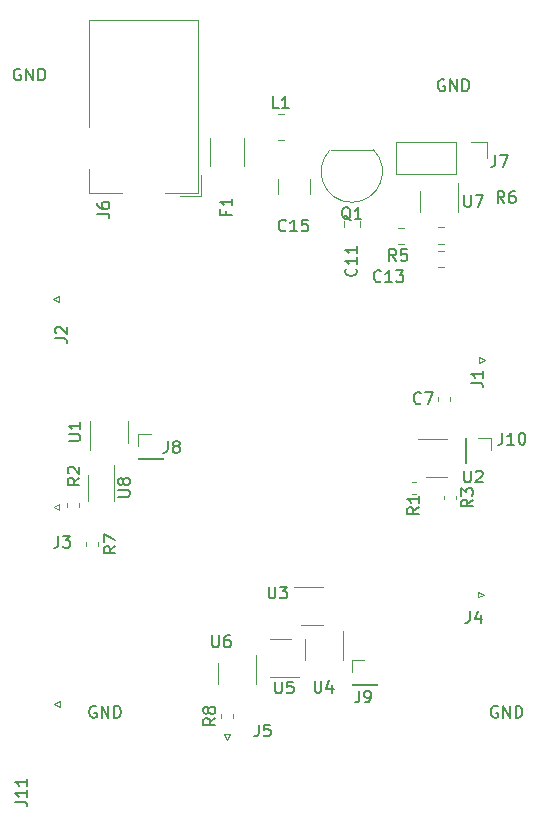
<source format=gbr>
G04 #@! TF.GenerationSoftware,KiCad,Pcbnew,(5.1.5)-3*
G04 #@! TF.CreationDate,2020-05-10T15:52:49-07:00*
G04 #@! TF.ProjectId,april_proj,61707269-6c5f-4707-926f-6a2e6b696361,rev?*
G04 #@! TF.SameCoordinates,Original*
G04 #@! TF.FileFunction,Legend,Top*
G04 #@! TF.FilePolarity,Positive*
%FSLAX46Y46*%
G04 Gerber Fmt 4.6, Leading zero omitted, Abs format (unit mm)*
G04 Created by KiCad (PCBNEW (5.1.5)-3) date 2020-05-10 15:52:49*
%MOMM*%
%LPD*%
G04 APERTURE LIST*
%ADD10C,0.120000*%
%ADD11C,0.150000*%
G04 APERTURE END LIST*
D10*
X50725000Y-77415000D02*
X50975000Y-76915000D01*
X50975000Y-76915000D02*
X50475000Y-76915000D01*
X50475000Y-76915000D02*
X50725000Y-77415000D01*
X68540000Y-48362221D02*
X68540000Y-48687779D01*
X69560000Y-48362221D02*
X69560000Y-48687779D01*
X38160000Y-57687779D02*
X38160000Y-57362221D01*
X37140000Y-57687779D02*
X37140000Y-57362221D01*
X39131852Y-50432107D02*
X39131852Y-52882107D01*
X42351852Y-52232107D02*
X42351852Y-50432107D01*
X41125000Y-57150000D02*
X41125000Y-54150000D01*
X38925000Y-57150000D02*
X38925000Y-54950000D01*
X39785000Y-60975279D02*
X39785000Y-60649721D01*
X38765000Y-60975279D02*
X38765000Y-60649721D01*
X36035000Y-74375000D02*
X36535000Y-74625000D01*
X36535000Y-74625000D02*
X36535000Y-74125000D01*
X36535000Y-74125000D02*
X36035000Y-74375000D01*
X70890000Y-51840000D02*
X70890000Y-53960000D01*
X70950000Y-51840000D02*
X70890000Y-51840000D01*
X70950000Y-53960000D02*
X70890000Y-53960000D01*
X70950000Y-51840000D02*
X70950000Y-53960000D01*
X71950000Y-51840000D02*
X73010000Y-51840000D01*
X73010000Y-51840000D02*
X73010000Y-52900000D01*
X61240000Y-70640000D02*
X62300000Y-70640000D01*
X61240000Y-71700000D02*
X61240000Y-70640000D01*
X61240000Y-72700000D02*
X63360000Y-72700000D01*
X63360000Y-72700000D02*
X63360000Y-72760000D01*
X61240000Y-72700000D02*
X61240000Y-72760000D01*
X61240000Y-72760000D02*
X63360000Y-72760000D01*
X43165000Y-51490000D02*
X44225000Y-51490000D01*
X43165000Y-52550000D02*
X43165000Y-51490000D01*
X43165000Y-53550000D02*
X45285000Y-53550000D01*
X45285000Y-53550000D02*
X45285000Y-53610000D01*
X43165000Y-53550000D02*
X43165000Y-53610000D01*
X43165000Y-53610000D02*
X45285000Y-53610000D01*
X72705000Y-26795000D02*
X72705000Y-28125000D01*
X71375000Y-26795000D02*
X72705000Y-26795000D01*
X70105000Y-26795000D02*
X70105000Y-29455000D01*
X70105000Y-29455000D02*
X64965000Y-29455000D01*
X70105000Y-26795000D02*
X64965000Y-26795000D01*
X64965000Y-26795000D02*
X64965000Y-29455000D01*
X56150000Y-68890000D02*
X54350000Y-68890000D01*
X54350000Y-72110000D02*
X56800000Y-72110000D01*
X49915000Y-70875000D02*
X49915000Y-72675000D01*
X53135000Y-72675000D02*
X53135000Y-70225000D01*
X49220000Y-26415000D02*
X49220000Y-28845000D01*
X52130000Y-26415000D02*
X52130000Y-28845000D01*
X51185000Y-75562779D02*
X51185000Y-75237221D01*
X50165000Y-75562779D02*
X50165000Y-75237221D01*
X54978748Y-26640000D02*
X55501252Y-26640000D01*
X54978748Y-24420000D02*
X55501252Y-24420000D01*
X54975000Y-29957937D02*
X54975000Y-31162065D01*
X57695000Y-29957937D02*
X57695000Y-31162065D01*
X70060000Y-57050279D02*
X70060000Y-56724721D01*
X69040000Y-57050279D02*
X69040000Y-56724721D01*
X66675279Y-55590000D02*
X66349721Y-55590000D01*
X66675279Y-56610000D02*
X66349721Y-56610000D01*
X35960000Y-40075000D02*
X36460000Y-40325000D01*
X36460000Y-40325000D02*
X36460000Y-39825000D01*
X36460000Y-39825000D02*
X35960000Y-40075000D01*
X71990000Y-65350000D02*
X72490000Y-65100000D01*
X71990000Y-64850000D02*
X71990000Y-65350000D01*
X72490000Y-65100000D02*
X71990000Y-64850000D01*
X58801827Y-64426066D02*
X56351827Y-64426066D01*
X57001827Y-67646066D02*
X58801827Y-67646066D01*
X70260000Y-32725000D02*
X70260000Y-30275000D01*
X67040000Y-30925000D02*
X67040000Y-32725000D01*
X36510000Y-57425000D02*
X36010000Y-57675000D01*
X36510000Y-57925000D02*
X36510000Y-57425000D01*
X36010000Y-57675000D02*
X36510000Y-57925000D01*
X61985000Y-33466422D02*
X61985000Y-33983578D01*
X60565000Y-33466422D02*
X60565000Y-33983578D01*
X69046078Y-35990000D02*
X68528922Y-35990000D01*
X69046078Y-37410000D02*
X68528922Y-37410000D01*
X72515000Y-45250000D02*
X72015000Y-45000000D01*
X72015000Y-45000000D02*
X72015000Y-45500000D01*
X72015000Y-45500000D02*
X72515000Y-45250000D01*
X48482004Y-31333122D02*
X46742004Y-31333122D01*
X48482004Y-29593122D02*
X48482004Y-31333122D01*
X39042004Y-31093122D02*
X39042004Y-29093122D01*
X41842004Y-31093122D02*
X39042004Y-31093122D01*
X48242004Y-31093122D02*
X45442004Y-31093122D01*
X48242004Y-16493122D02*
X48242004Y-31093122D01*
X39042004Y-16493122D02*
X48242004Y-16493122D01*
X39042004Y-25493122D02*
X39042004Y-16493122D01*
X63065000Y-27440000D02*
X59465000Y-27440000D01*
X63103478Y-27451522D02*
G75*
G02X61265000Y-31890000I-1838478J-1838478D01*
G01*
X59426522Y-27451522D02*
G75*
G03X61265000Y-31890000I1838478J-1838478D01*
G01*
X65178922Y-34040000D02*
X65696078Y-34040000D01*
X65178922Y-35460000D02*
X65696078Y-35460000D01*
X68551422Y-33990000D02*
X69068578Y-33990000D01*
X68551422Y-35410000D02*
X69068578Y-35410000D01*
X69350659Y-51927108D02*
X66900659Y-51927108D01*
X67550659Y-55147108D02*
X69350659Y-55147108D01*
X57340000Y-68875000D02*
X57340000Y-70675000D01*
X60560000Y-70675000D02*
X60560000Y-68225000D01*
D11*
X69113095Y-21525000D02*
X69017857Y-21477380D01*
X68875000Y-21477380D01*
X68732142Y-21525000D01*
X68636904Y-21620238D01*
X68589285Y-21715476D01*
X68541666Y-21905952D01*
X68541666Y-22048809D01*
X68589285Y-22239285D01*
X68636904Y-22334523D01*
X68732142Y-22429761D01*
X68875000Y-22477380D01*
X68970238Y-22477380D01*
X69113095Y-22429761D01*
X69160714Y-22382142D01*
X69160714Y-22048809D01*
X68970238Y-22048809D01*
X69589285Y-22477380D02*
X69589285Y-21477380D01*
X70160714Y-22477380D01*
X70160714Y-21477380D01*
X70636904Y-22477380D02*
X70636904Y-21477380D01*
X70875000Y-21477380D01*
X71017857Y-21525000D01*
X71113095Y-21620238D01*
X71160714Y-21715476D01*
X71208333Y-21905952D01*
X71208333Y-22048809D01*
X71160714Y-22239285D01*
X71113095Y-22334523D01*
X71017857Y-22429761D01*
X70875000Y-22477380D01*
X70636904Y-22477380D01*
X39613095Y-74575000D02*
X39517857Y-74527380D01*
X39375000Y-74527380D01*
X39232142Y-74575000D01*
X39136904Y-74670238D01*
X39089285Y-74765476D01*
X39041666Y-74955952D01*
X39041666Y-75098809D01*
X39089285Y-75289285D01*
X39136904Y-75384523D01*
X39232142Y-75479761D01*
X39375000Y-75527380D01*
X39470238Y-75527380D01*
X39613095Y-75479761D01*
X39660714Y-75432142D01*
X39660714Y-75098809D01*
X39470238Y-75098809D01*
X40089285Y-75527380D02*
X40089285Y-74527380D01*
X40660714Y-75527380D01*
X40660714Y-74527380D01*
X41136904Y-75527380D02*
X41136904Y-74527380D01*
X41375000Y-74527380D01*
X41517857Y-74575000D01*
X41613095Y-74670238D01*
X41660714Y-74765476D01*
X41708333Y-74955952D01*
X41708333Y-75098809D01*
X41660714Y-75289285D01*
X41613095Y-75384523D01*
X41517857Y-75479761D01*
X41375000Y-75527380D01*
X41136904Y-75527380D01*
X73613095Y-74575000D02*
X73517857Y-74527380D01*
X73375000Y-74527380D01*
X73232142Y-74575000D01*
X73136904Y-74670238D01*
X73089285Y-74765476D01*
X73041666Y-74955952D01*
X73041666Y-75098809D01*
X73089285Y-75289285D01*
X73136904Y-75384523D01*
X73232142Y-75479761D01*
X73375000Y-75527380D01*
X73470238Y-75527380D01*
X73613095Y-75479761D01*
X73660714Y-75432142D01*
X73660714Y-75098809D01*
X73470238Y-75098809D01*
X74089285Y-75527380D02*
X74089285Y-74527380D01*
X74660714Y-75527380D01*
X74660714Y-74527380D01*
X75136904Y-75527380D02*
X75136904Y-74527380D01*
X75375000Y-74527380D01*
X75517857Y-74575000D01*
X75613095Y-74670238D01*
X75660714Y-74765476D01*
X75708333Y-74955952D01*
X75708333Y-75098809D01*
X75660714Y-75289285D01*
X75613095Y-75384523D01*
X75517857Y-75479761D01*
X75375000Y-75527380D01*
X75136904Y-75527380D01*
X33213095Y-20625000D02*
X33117857Y-20577380D01*
X32975000Y-20577380D01*
X32832142Y-20625000D01*
X32736904Y-20720238D01*
X32689285Y-20815476D01*
X32641666Y-21005952D01*
X32641666Y-21148809D01*
X32689285Y-21339285D01*
X32736904Y-21434523D01*
X32832142Y-21529761D01*
X32975000Y-21577380D01*
X33070238Y-21577380D01*
X33213095Y-21529761D01*
X33260714Y-21482142D01*
X33260714Y-21148809D01*
X33070238Y-21148809D01*
X33689285Y-21577380D02*
X33689285Y-20577380D01*
X34260714Y-21577380D01*
X34260714Y-20577380D01*
X34736904Y-21577380D02*
X34736904Y-20577380D01*
X34975000Y-20577380D01*
X35117857Y-20625000D01*
X35213095Y-20720238D01*
X35260714Y-20815476D01*
X35308333Y-21005952D01*
X35308333Y-21148809D01*
X35260714Y-21339285D01*
X35213095Y-21434523D01*
X35117857Y-21529761D01*
X34975000Y-21577380D01*
X34736904Y-21577380D01*
X53391666Y-76117380D02*
X53391666Y-76831666D01*
X53344047Y-76974523D01*
X53248809Y-77069761D01*
X53105952Y-77117380D01*
X53010714Y-77117380D01*
X54344047Y-76117380D02*
X53867857Y-76117380D01*
X53820238Y-76593571D01*
X53867857Y-76545952D01*
X53963095Y-76498333D01*
X54201190Y-76498333D01*
X54296428Y-76545952D01*
X54344047Y-76593571D01*
X54391666Y-76688809D01*
X54391666Y-76926904D01*
X54344047Y-77022142D01*
X54296428Y-77069761D01*
X54201190Y-77117380D01*
X53963095Y-77117380D01*
X53867857Y-77069761D01*
X53820238Y-77022142D01*
X67108333Y-48882142D02*
X67060714Y-48929761D01*
X66917857Y-48977380D01*
X66822619Y-48977380D01*
X66679761Y-48929761D01*
X66584523Y-48834523D01*
X66536904Y-48739285D01*
X66489285Y-48548809D01*
X66489285Y-48405952D01*
X66536904Y-48215476D01*
X66584523Y-48120238D01*
X66679761Y-48025000D01*
X66822619Y-47977380D01*
X66917857Y-47977380D01*
X67060714Y-48025000D01*
X67108333Y-48072619D01*
X67441666Y-47977380D02*
X68108333Y-47977380D01*
X67679761Y-48977380D01*
X38202380Y-55216666D02*
X37726190Y-55550000D01*
X38202380Y-55788095D02*
X37202380Y-55788095D01*
X37202380Y-55407142D01*
X37250000Y-55311904D01*
X37297619Y-55264285D01*
X37392857Y-55216666D01*
X37535714Y-55216666D01*
X37630952Y-55264285D01*
X37678571Y-55311904D01*
X37726190Y-55407142D01*
X37726190Y-55788095D01*
X37297619Y-54835714D02*
X37250000Y-54788095D01*
X37202380Y-54692857D01*
X37202380Y-54454761D01*
X37250000Y-54359523D01*
X37297619Y-54311904D01*
X37392857Y-54264285D01*
X37488095Y-54264285D01*
X37630952Y-54311904D01*
X38202380Y-54883333D01*
X38202380Y-54264285D01*
X37294232Y-52094011D02*
X38103756Y-52094011D01*
X38198994Y-52046392D01*
X38246613Y-51998773D01*
X38294232Y-51903535D01*
X38294232Y-51713059D01*
X38246613Y-51617821D01*
X38198994Y-51570202D01*
X38103756Y-51522583D01*
X37294232Y-51522583D01*
X38294232Y-50522583D02*
X38294232Y-51094011D01*
X38294232Y-50808297D02*
X37294232Y-50808297D01*
X37437090Y-50903535D01*
X37532328Y-50998773D01*
X37579947Y-51094011D01*
X41477380Y-56811904D02*
X42286904Y-56811904D01*
X42382142Y-56764285D01*
X42429761Y-56716666D01*
X42477380Y-56621428D01*
X42477380Y-56430952D01*
X42429761Y-56335714D01*
X42382142Y-56288095D01*
X42286904Y-56240476D01*
X41477380Y-56240476D01*
X41905952Y-55621428D02*
X41858333Y-55716666D01*
X41810714Y-55764285D01*
X41715476Y-55811904D01*
X41667857Y-55811904D01*
X41572619Y-55764285D01*
X41525000Y-55716666D01*
X41477380Y-55621428D01*
X41477380Y-55430952D01*
X41525000Y-55335714D01*
X41572619Y-55288095D01*
X41667857Y-55240476D01*
X41715476Y-55240476D01*
X41810714Y-55288095D01*
X41858333Y-55335714D01*
X41905952Y-55430952D01*
X41905952Y-55621428D01*
X41953571Y-55716666D01*
X42001190Y-55764285D01*
X42096428Y-55811904D01*
X42286904Y-55811904D01*
X42382142Y-55764285D01*
X42429761Y-55716666D01*
X42477380Y-55621428D01*
X42477380Y-55430952D01*
X42429761Y-55335714D01*
X42382142Y-55288095D01*
X42286904Y-55240476D01*
X42096428Y-55240476D01*
X42001190Y-55288095D01*
X41953571Y-55335714D01*
X41905952Y-55430952D01*
X41252380Y-61016666D02*
X40776190Y-61350000D01*
X41252380Y-61588095D02*
X40252380Y-61588095D01*
X40252380Y-61207142D01*
X40300000Y-61111904D01*
X40347619Y-61064285D01*
X40442857Y-61016666D01*
X40585714Y-61016666D01*
X40680952Y-61064285D01*
X40728571Y-61111904D01*
X40776190Y-61207142D01*
X40776190Y-61588095D01*
X40252380Y-60683333D02*
X40252380Y-60016666D01*
X41252380Y-60445238D01*
X32777380Y-82659523D02*
X33491666Y-82659523D01*
X33634523Y-82707142D01*
X33729761Y-82802380D01*
X33777380Y-82945238D01*
X33777380Y-83040476D01*
X33777380Y-81659523D02*
X33777380Y-82230952D01*
X33777380Y-81945238D02*
X32777380Y-81945238D01*
X32920238Y-82040476D01*
X33015476Y-82135714D01*
X33063095Y-82230952D01*
X33777380Y-80707142D02*
X33777380Y-81278571D01*
X33777380Y-80992857D02*
X32777380Y-80992857D01*
X32920238Y-81088095D01*
X33015476Y-81183333D01*
X33063095Y-81278571D01*
X74015476Y-51402380D02*
X74015476Y-52116666D01*
X73967857Y-52259523D01*
X73872619Y-52354761D01*
X73729761Y-52402380D01*
X73634523Y-52402380D01*
X75015476Y-52402380D02*
X74444047Y-52402380D01*
X74729761Y-52402380D02*
X74729761Y-51402380D01*
X74634523Y-51545238D01*
X74539285Y-51640476D01*
X74444047Y-51688095D01*
X75634523Y-51402380D02*
X75729761Y-51402380D01*
X75825000Y-51450000D01*
X75872619Y-51497619D01*
X75920238Y-51592857D01*
X75967857Y-51783333D01*
X75967857Y-52021428D01*
X75920238Y-52211904D01*
X75872619Y-52307142D01*
X75825000Y-52354761D01*
X75729761Y-52402380D01*
X75634523Y-52402380D01*
X75539285Y-52354761D01*
X75491666Y-52307142D01*
X75444047Y-52211904D01*
X75396428Y-52021428D01*
X75396428Y-51783333D01*
X75444047Y-51592857D01*
X75491666Y-51497619D01*
X75539285Y-51450000D01*
X75634523Y-51402380D01*
X61891666Y-73227380D02*
X61891666Y-73941666D01*
X61844047Y-74084523D01*
X61748809Y-74179761D01*
X61605952Y-74227380D01*
X61510714Y-74227380D01*
X62415476Y-74227380D02*
X62605952Y-74227380D01*
X62701190Y-74179761D01*
X62748809Y-74132142D01*
X62844047Y-73989285D01*
X62891666Y-73798809D01*
X62891666Y-73417857D01*
X62844047Y-73322619D01*
X62796428Y-73275000D01*
X62701190Y-73227380D01*
X62510714Y-73227380D01*
X62415476Y-73275000D01*
X62367857Y-73322619D01*
X62320238Y-73417857D01*
X62320238Y-73655952D01*
X62367857Y-73751190D01*
X62415476Y-73798809D01*
X62510714Y-73846428D01*
X62701190Y-73846428D01*
X62796428Y-73798809D01*
X62844047Y-73751190D01*
X62891666Y-73655952D01*
X45691666Y-52102380D02*
X45691666Y-52816666D01*
X45644047Y-52959523D01*
X45548809Y-53054761D01*
X45405952Y-53102380D01*
X45310714Y-53102380D01*
X46310714Y-52530952D02*
X46215476Y-52483333D01*
X46167857Y-52435714D01*
X46120238Y-52340476D01*
X46120238Y-52292857D01*
X46167857Y-52197619D01*
X46215476Y-52150000D01*
X46310714Y-52102380D01*
X46501190Y-52102380D01*
X46596428Y-52150000D01*
X46644047Y-52197619D01*
X46691666Y-52292857D01*
X46691666Y-52340476D01*
X46644047Y-52435714D01*
X46596428Y-52483333D01*
X46501190Y-52530952D01*
X46310714Y-52530952D01*
X46215476Y-52578571D01*
X46167857Y-52626190D01*
X46120238Y-52721428D01*
X46120238Y-52911904D01*
X46167857Y-53007142D01*
X46215476Y-53054761D01*
X46310714Y-53102380D01*
X46501190Y-53102380D01*
X46596428Y-53054761D01*
X46644047Y-53007142D01*
X46691666Y-52911904D01*
X46691666Y-52721428D01*
X46644047Y-52626190D01*
X46596428Y-52578571D01*
X46501190Y-52530952D01*
X73416666Y-27902380D02*
X73416666Y-28616666D01*
X73369047Y-28759523D01*
X73273809Y-28854761D01*
X73130952Y-28902380D01*
X73035714Y-28902380D01*
X73797619Y-27902380D02*
X74464285Y-27902380D01*
X74035714Y-28902380D01*
X54763095Y-72477380D02*
X54763095Y-73286904D01*
X54810714Y-73382142D01*
X54858333Y-73429761D01*
X54953571Y-73477380D01*
X55144047Y-73477380D01*
X55239285Y-73429761D01*
X55286904Y-73382142D01*
X55334523Y-73286904D01*
X55334523Y-72477380D01*
X56286904Y-72477380D02*
X55810714Y-72477380D01*
X55763095Y-72953571D01*
X55810714Y-72905952D01*
X55905952Y-72858333D01*
X56144047Y-72858333D01*
X56239285Y-72905952D01*
X56286904Y-72953571D01*
X56334523Y-73048809D01*
X56334523Y-73286904D01*
X56286904Y-73382142D01*
X56239285Y-73429761D01*
X56144047Y-73477380D01*
X55905952Y-73477380D01*
X55810714Y-73429761D01*
X55763095Y-73382142D01*
X49438095Y-68557380D02*
X49438095Y-69366904D01*
X49485714Y-69462142D01*
X49533333Y-69509761D01*
X49628571Y-69557380D01*
X49819047Y-69557380D01*
X49914285Y-69509761D01*
X49961904Y-69462142D01*
X50009523Y-69366904D01*
X50009523Y-68557380D01*
X50914285Y-68557380D02*
X50723809Y-68557380D01*
X50628571Y-68605000D01*
X50580952Y-68652619D01*
X50485714Y-68795476D01*
X50438095Y-68985952D01*
X50438095Y-69366904D01*
X50485714Y-69462142D01*
X50533333Y-69509761D01*
X50628571Y-69557380D01*
X50819047Y-69557380D01*
X50914285Y-69509761D01*
X50961904Y-69462142D01*
X51009523Y-69366904D01*
X51009523Y-69128809D01*
X50961904Y-69033571D01*
X50914285Y-68985952D01*
X50819047Y-68938333D01*
X50628571Y-68938333D01*
X50533333Y-68985952D01*
X50485714Y-69033571D01*
X50438095Y-69128809D01*
X50593571Y-32638333D02*
X50593571Y-32971666D01*
X51117380Y-32971666D02*
X50117380Y-32971666D01*
X50117380Y-32495476D01*
X51117380Y-31590714D02*
X51117380Y-32162142D01*
X51117380Y-31876428D02*
X50117380Y-31876428D01*
X50260238Y-31971666D01*
X50355476Y-32066904D01*
X50403095Y-32162142D01*
X49697380Y-75566666D02*
X49221190Y-75900000D01*
X49697380Y-76138095D02*
X48697380Y-76138095D01*
X48697380Y-75757142D01*
X48745000Y-75661904D01*
X48792619Y-75614285D01*
X48887857Y-75566666D01*
X49030714Y-75566666D01*
X49125952Y-75614285D01*
X49173571Y-75661904D01*
X49221190Y-75757142D01*
X49221190Y-76138095D01*
X49125952Y-74995238D02*
X49078333Y-75090476D01*
X49030714Y-75138095D01*
X48935476Y-75185714D01*
X48887857Y-75185714D01*
X48792619Y-75138095D01*
X48745000Y-75090476D01*
X48697380Y-74995238D01*
X48697380Y-74804761D01*
X48745000Y-74709523D01*
X48792619Y-74661904D01*
X48887857Y-74614285D01*
X48935476Y-74614285D01*
X49030714Y-74661904D01*
X49078333Y-74709523D01*
X49125952Y-74804761D01*
X49125952Y-74995238D01*
X49173571Y-75090476D01*
X49221190Y-75138095D01*
X49316428Y-75185714D01*
X49506904Y-75185714D01*
X49602142Y-75138095D01*
X49649761Y-75090476D01*
X49697380Y-74995238D01*
X49697380Y-74804761D01*
X49649761Y-74709523D01*
X49602142Y-74661904D01*
X49506904Y-74614285D01*
X49316428Y-74614285D01*
X49221190Y-74661904D01*
X49173571Y-74709523D01*
X49125952Y-74804761D01*
X55073333Y-23932380D02*
X54597142Y-23932380D01*
X54597142Y-22932380D01*
X55930476Y-23932380D02*
X55359047Y-23932380D01*
X55644761Y-23932380D02*
X55644761Y-22932380D01*
X55549523Y-23075238D01*
X55454285Y-23170476D01*
X55359047Y-23218095D01*
X55682142Y-34257142D02*
X55634523Y-34304761D01*
X55491666Y-34352380D01*
X55396428Y-34352380D01*
X55253571Y-34304761D01*
X55158333Y-34209523D01*
X55110714Y-34114285D01*
X55063095Y-33923809D01*
X55063095Y-33780952D01*
X55110714Y-33590476D01*
X55158333Y-33495238D01*
X55253571Y-33400000D01*
X55396428Y-33352380D01*
X55491666Y-33352380D01*
X55634523Y-33400000D01*
X55682142Y-33447619D01*
X56634523Y-34352380D02*
X56063095Y-34352380D01*
X56348809Y-34352380D02*
X56348809Y-33352380D01*
X56253571Y-33495238D01*
X56158333Y-33590476D01*
X56063095Y-33638095D01*
X57539285Y-33352380D02*
X57063095Y-33352380D01*
X57015476Y-33828571D01*
X57063095Y-33780952D01*
X57158333Y-33733333D01*
X57396428Y-33733333D01*
X57491666Y-33780952D01*
X57539285Y-33828571D01*
X57586904Y-33923809D01*
X57586904Y-34161904D01*
X57539285Y-34257142D01*
X57491666Y-34304761D01*
X57396428Y-34352380D01*
X57158333Y-34352380D01*
X57063095Y-34304761D01*
X57015476Y-34257142D01*
X71527380Y-57066666D02*
X71051190Y-57400000D01*
X71527380Y-57638095D02*
X70527380Y-57638095D01*
X70527380Y-57257142D01*
X70575000Y-57161904D01*
X70622619Y-57114285D01*
X70717857Y-57066666D01*
X70860714Y-57066666D01*
X70955952Y-57114285D01*
X71003571Y-57161904D01*
X71051190Y-57257142D01*
X71051190Y-57638095D01*
X70527380Y-56733333D02*
X70527380Y-56114285D01*
X70908333Y-56447619D01*
X70908333Y-56304761D01*
X70955952Y-56209523D01*
X71003571Y-56161904D01*
X71098809Y-56114285D01*
X71336904Y-56114285D01*
X71432142Y-56161904D01*
X71479761Y-56209523D01*
X71527380Y-56304761D01*
X71527380Y-56590476D01*
X71479761Y-56685714D01*
X71432142Y-56733333D01*
X66964880Y-57696666D02*
X66488690Y-58030000D01*
X66964880Y-58268095D02*
X65964880Y-58268095D01*
X65964880Y-57887142D01*
X66012500Y-57791904D01*
X66060119Y-57744285D01*
X66155357Y-57696666D01*
X66298214Y-57696666D01*
X66393452Y-57744285D01*
X66441071Y-57791904D01*
X66488690Y-57887142D01*
X66488690Y-58268095D01*
X66964880Y-56744285D02*
X66964880Y-57315714D01*
X66964880Y-57030000D02*
X65964880Y-57030000D01*
X66107738Y-57125238D01*
X66202976Y-57220476D01*
X66250595Y-57315714D01*
X36162380Y-43408333D02*
X36876666Y-43408333D01*
X37019523Y-43455952D01*
X37114761Y-43551190D01*
X37162380Y-43694047D01*
X37162380Y-43789285D01*
X36257619Y-42979761D02*
X36210000Y-42932142D01*
X36162380Y-42836904D01*
X36162380Y-42598809D01*
X36210000Y-42503571D01*
X36257619Y-42455952D01*
X36352857Y-42408333D01*
X36448095Y-42408333D01*
X36590952Y-42455952D01*
X37162380Y-43027380D01*
X37162380Y-42408333D01*
X71266666Y-66502380D02*
X71266666Y-67216666D01*
X71219047Y-67359523D01*
X71123809Y-67454761D01*
X70980952Y-67502380D01*
X70885714Y-67502380D01*
X72171428Y-66835714D02*
X72171428Y-67502380D01*
X71933333Y-66454761D02*
X71695238Y-67169047D01*
X72314285Y-67169047D01*
X54213095Y-64427380D02*
X54213095Y-65236904D01*
X54260714Y-65332142D01*
X54308333Y-65379761D01*
X54403571Y-65427380D01*
X54594047Y-65427380D01*
X54689285Y-65379761D01*
X54736904Y-65332142D01*
X54784523Y-65236904D01*
X54784523Y-64427380D01*
X55165476Y-64427380D02*
X55784523Y-64427380D01*
X55451190Y-64808333D01*
X55594047Y-64808333D01*
X55689285Y-64855952D01*
X55736904Y-64903571D01*
X55784523Y-64998809D01*
X55784523Y-65236904D01*
X55736904Y-65332142D01*
X55689285Y-65379761D01*
X55594047Y-65427380D01*
X55308333Y-65427380D01*
X55213095Y-65379761D01*
X55165476Y-65332142D01*
X70788095Y-31277380D02*
X70788095Y-32086904D01*
X70835714Y-32182142D01*
X70883333Y-32229761D01*
X70978571Y-32277380D01*
X71169047Y-32277380D01*
X71264285Y-32229761D01*
X71311904Y-32182142D01*
X71359523Y-32086904D01*
X71359523Y-31277380D01*
X71740476Y-31277380D02*
X72407142Y-31277380D01*
X71978571Y-32277380D01*
X36426666Y-60127380D02*
X36426666Y-60841666D01*
X36379047Y-60984523D01*
X36283809Y-61079761D01*
X36140952Y-61127380D01*
X36045714Y-61127380D01*
X36807619Y-60127380D02*
X37426666Y-60127380D01*
X37093333Y-60508333D01*
X37236190Y-60508333D01*
X37331428Y-60555952D01*
X37379047Y-60603571D01*
X37426666Y-60698809D01*
X37426666Y-60936904D01*
X37379047Y-61032142D01*
X37331428Y-61079761D01*
X37236190Y-61127380D01*
X36950476Y-61127380D01*
X36855238Y-61079761D01*
X36807619Y-61032142D01*
X61607142Y-37517857D02*
X61654761Y-37565476D01*
X61702380Y-37708333D01*
X61702380Y-37803571D01*
X61654761Y-37946428D01*
X61559523Y-38041666D01*
X61464285Y-38089285D01*
X61273809Y-38136904D01*
X61130952Y-38136904D01*
X60940476Y-38089285D01*
X60845238Y-38041666D01*
X60750000Y-37946428D01*
X60702380Y-37803571D01*
X60702380Y-37708333D01*
X60750000Y-37565476D01*
X60797619Y-37517857D01*
X61702380Y-36565476D02*
X61702380Y-37136904D01*
X61702380Y-36851190D02*
X60702380Y-36851190D01*
X60845238Y-36946428D01*
X60940476Y-37041666D01*
X60988095Y-37136904D01*
X61702380Y-35613095D02*
X61702380Y-36184523D01*
X61702380Y-35898809D02*
X60702380Y-35898809D01*
X60845238Y-35994047D01*
X60940476Y-36089285D01*
X60988095Y-36184523D01*
X63732142Y-38557142D02*
X63684523Y-38604761D01*
X63541666Y-38652380D01*
X63446428Y-38652380D01*
X63303571Y-38604761D01*
X63208333Y-38509523D01*
X63160714Y-38414285D01*
X63113095Y-38223809D01*
X63113095Y-38080952D01*
X63160714Y-37890476D01*
X63208333Y-37795238D01*
X63303571Y-37700000D01*
X63446428Y-37652380D01*
X63541666Y-37652380D01*
X63684523Y-37700000D01*
X63732142Y-37747619D01*
X64684523Y-38652380D02*
X64113095Y-38652380D01*
X64398809Y-38652380D02*
X64398809Y-37652380D01*
X64303571Y-37795238D01*
X64208333Y-37890476D01*
X64113095Y-37938095D01*
X65017857Y-37652380D02*
X65636904Y-37652380D01*
X65303571Y-38033333D01*
X65446428Y-38033333D01*
X65541666Y-38080952D01*
X65589285Y-38128571D01*
X65636904Y-38223809D01*
X65636904Y-38461904D01*
X65589285Y-38557142D01*
X65541666Y-38604761D01*
X65446428Y-38652380D01*
X65160714Y-38652380D01*
X65065476Y-38604761D01*
X65017857Y-38557142D01*
X71377380Y-47158333D02*
X72091666Y-47158333D01*
X72234523Y-47205952D01*
X72329761Y-47301190D01*
X72377380Y-47444047D01*
X72377380Y-47539285D01*
X72377380Y-46158333D02*
X72377380Y-46729761D01*
X72377380Y-46444047D02*
X71377380Y-46444047D01*
X71520238Y-46539285D01*
X71615476Y-46634523D01*
X71663095Y-46729761D01*
X39727380Y-32858333D02*
X40441666Y-32858333D01*
X40584523Y-32905952D01*
X40679761Y-33001190D01*
X40727380Y-33144047D01*
X40727380Y-33239285D01*
X39727380Y-31953571D02*
X39727380Y-32144047D01*
X39775000Y-32239285D01*
X39822619Y-32286904D01*
X39965476Y-32382142D01*
X40155952Y-32429761D01*
X40536904Y-32429761D01*
X40632142Y-32382142D01*
X40679761Y-32334523D01*
X40727380Y-32239285D01*
X40727380Y-32048809D01*
X40679761Y-31953571D01*
X40632142Y-31905952D01*
X40536904Y-31858333D01*
X40298809Y-31858333D01*
X40203571Y-31905952D01*
X40155952Y-31953571D01*
X40108333Y-32048809D01*
X40108333Y-32239285D01*
X40155952Y-32334523D01*
X40203571Y-32382142D01*
X40298809Y-32429761D01*
X61169761Y-33397619D02*
X61074523Y-33350000D01*
X60979285Y-33254761D01*
X60836428Y-33111904D01*
X60741190Y-33064285D01*
X60645952Y-33064285D01*
X60693571Y-33302380D02*
X60598333Y-33254761D01*
X60503095Y-33159523D01*
X60455476Y-32969047D01*
X60455476Y-32635714D01*
X60503095Y-32445238D01*
X60598333Y-32350000D01*
X60693571Y-32302380D01*
X60884047Y-32302380D01*
X60979285Y-32350000D01*
X61074523Y-32445238D01*
X61122142Y-32635714D01*
X61122142Y-32969047D01*
X61074523Y-33159523D01*
X60979285Y-33254761D01*
X60884047Y-33302380D01*
X60693571Y-33302380D01*
X62074523Y-33302380D02*
X61503095Y-33302380D01*
X61788809Y-33302380D02*
X61788809Y-32302380D01*
X61693571Y-32445238D01*
X61598333Y-32540476D01*
X61503095Y-32588095D01*
X65020833Y-36852380D02*
X64687500Y-36376190D01*
X64449404Y-36852380D02*
X64449404Y-35852380D01*
X64830357Y-35852380D01*
X64925595Y-35900000D01*
X64973214Y-35947619D01*
X65020833Y-36042857D01*
X65020833Y-36185714D01*
X64973214Y-36280952D01*
X64925595Y-36328571D01*
X64830357Y-36376190D01*
X64449404Y-36376190D01*
X65925595Y-35852380D02*
X65449404Y-35852380D01*
X65401785Y-36328571D01*
X65449404Y-36280952D01*
X65544642Y-36233333D01*
X65782738Y-36233333D01*
X65877976Y-36280952D01*
X65925595Y-36328571D01*
X65973214Y-36423809D01*
X65973214Y-36661904D01*
X65925595Y-36757142D01*
X65877976Y-36804761D01*
X65782738Y-36852380D01*
X65544642Y-36852380D01*
X65449404Y-36804761D01*
X65401785Y-36757142D01*
X74183333Y-31952380D02*
X73850000Y-31476190D01*
X73611904Y-31952380D02*
X73611904Y-30952380D01*
X73992857Y-30952380D01*
X74088095Y-31000000D01*
X74135714Y-31047619D01*
X74183333Y-31142857D01*
X74183333Y-31285714D01*
X74135714Y-31380952D01*
X74088095Y-31428571D01*
X73992857Y-31476190D01*
X73611904Y-31476190D01*
X75040476Y-30952380D02*
X74850000Y-30952380D01*
X74754761Y-31000000D01*
X74707142Y-31047619D01*
X74611904Y-31190476D01*
X74564285Y-31380952D01*
X74564285Y-31761904D01*
X74611904Y-31857142D01*
X74659523Y-31904761D01*
X74754761Y-31952380D01*
X74945238Y-31952380D01*
X75040476Y-31904761D01*
X75088095Y-31857142D01*
X75135714Y-31761904D01*
X75135714Y-31523809D01*
X75088095Y-31428571D01*
X75040476Y-31380952D01*
X74945238Y-31333333D01*
X74754761Y-31333333D01*
X74659523Y-31380952D01*
X74611904Y-31428571D01*
X74564285Y-31523809D01*
X70763095Y-54602380D02*
X70763095Y-55411904D01*
X70810714Y-55507142D01*
X70858333Y-55554761D01*
X70953571Y-55602380D01*
X71144047Y-55602380D01*
X71239285Y-55554761D01*
X71286904Y-55507142D01*
X71334523Y-55411904D01*
X71334523Y-54602380D01*
X71763095Y-54697619D02*
X71810714Y-54650000D01*
X71905952Y-54602380D01*
X72144047Y-54602380D01*
X72239285Y-54650000D01*
X72286904Y-54697619D01*
X72334523Y-54792857D01*
X72334523Y-54888095D01*
X72286904Y-55030952D01*
X71715476Y-55602380D01*
X72334523Y-55602380D01*
X58113095Y-72402380D02*
X58113095Y-73211904D01*
X58160714Y-73307142D01*
X58208333Y-73354761D01*
X58303571Y-73402380D01*
X58494047Y-73402380D01*
X58589285Y-73354761D01*
X58636904Y-73307142D01*
X58684523Y-73211904D01*
X58684523Y-72402380D01*
X59589285Y-72735714D02*
X59589285Y-73402380D01*
X59351190Y-72354761D02*
X59113095Y-73069047D01*
X59732142Y-73069047D01*
M02*

</source>
